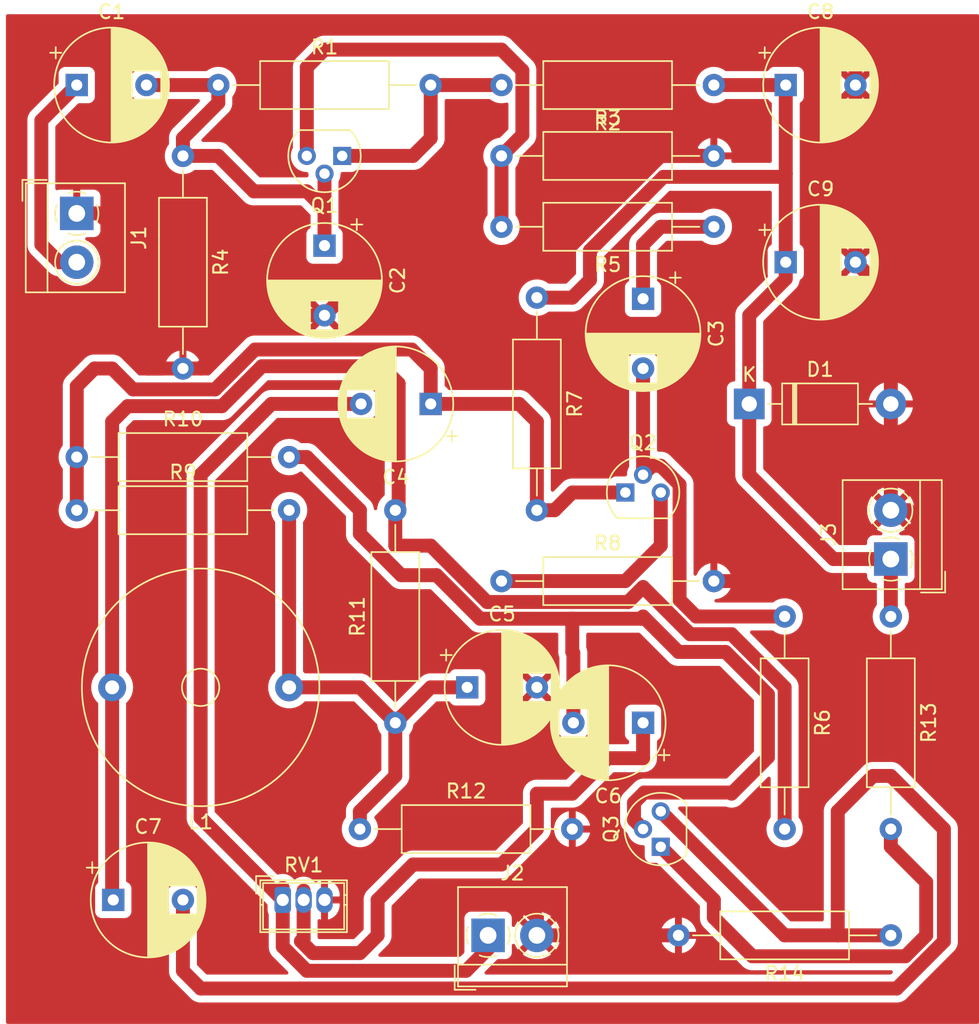
<source format=kicad_pcb>
(kicad_pcb (version 20221018) (generator pcbnew)
  (layers (0 "F.Cu" signal) (31 "B.Cu" signal) (34 "B.Paste" user) (35 "F.Paste" user) (36 "B.SilkS" user "B.Silkscreen") (37 "F.SilkS" user "F.Silkscreen") (38 "B.Mask" user) (39 "F.Mask" user) (44 "Edge.Cuts" user))
  (net 0 "")
  (net 1 "Net-(J1-Pin_2)")
  (net 2 "Net-(Q1-B)")
  (net 3 "GND")
  (net 4 "Net-(C3-Pad1)")
  (net 5 "Net-(Q2-B)")
  (net 6 "Net-(Q2-C)")
  (net 7 "Net-(J2-Pin_1)")
  (net 8 "Net-(C5-Pad1)")
  (net 9 "Net-(C6-Pad1)")
  (net 10 "Net-(Q3-B)")
  (net 11 "Net-(C7-Pad1)")
  (net 12 "Net-(Q3-E)")
  (net 13 "9V")
  (net 14 "Net-(Q1-C)")
  (net 15 "Net-(Q1-E)")
  (net 16 "Net-(Q2-E)")
  (net 17 "Net-(Q3-C)")
  (footprint "TerminalBlock_4Ucon:TerminalBlock_4Ucon_1x02_P3.50mm_Horizontal" (layer "F.Cu") (at 81.28 74.62 90)
    (fp_text reference "J3" (at 1.75 -4.46 90) (layer "F.SilkS"))
    (fp_text value "Screw_Terminal_01x02")
    (pad "1" thru_hole rect (at 0 0 90) (size 2.4 2.4) (drill 1.2) (layers "*.Cu" "*.Mask") (net 13 "9V"))
    (pad "2" thru_hole circle (at 3.5 0 90) (size 2.4 2.4) (drill 1.2) (layers "*.Cu" "*.Mask") (net 3 "GND"))
  )
  (footprint "Package_TO_SOT_THT:TO-92" (layer "F.Cu") (at 64.77 95.25 90)
    (fp_text reference "Q3" (at 1.27 -3.56 90) (layer "F.SilkS"))
    (fp_text value "NPN")
    (pad "1" thru_hole rect (at 0 0 90) (size 1.3 1.3) (drill 0.75) (layers "*.Cu" "*.Mask") (net 17 "Net-(Q3-C)"))
    (pad "2" thru_hole circle (at 1.27 -1.27 90) (size 1.3 1.3) (drill 0.75) (layers "*.Cu" "*.Mask") (net 10 "Net-(Q3-B)"))
    (pad "3" thru_hole circle (at 2.54 0 90) (size 1.3 1.3) (drill 0.75) (layers "*.Cu" "*.Mask") (net 12 "Net-(Q3-E)"))
  )
  (footprint "Resistor_THT:R_Axial_DIN0309_L9.0mm_D3.2mm_P15.24mm_Horizontal" (layer "F.Cu") (at 30.48 45.72 -90)
    (fp_text reference "R4" (at 7.62 -2.72 90) (layer "F.SilkS"))
    (fp_text value "R")
    (pad "1" thru_hole circle (at 0 0 270) (size 1.6 1.6) (drill 0.8) (layers "*.Cu" "*.Mask") (net 2 "Net-(Q1-B)"))
    (pad "2" thru_hole oval (at 15.24 0 270) (size 1.6 1.6) (drill 0.8) (layers "*.Cu" "*.Mask") (net 3 "GND"))
  )
  (footprint "Capacitor_THT:CP_Radial_D8.0mm_P5.00mm" (layer "F.Cu") (at 50.88 83.82)
    (fp_text reference "C5" (at 2.5 -5.25) (layer "F.SilkS"))
    (fp_text value "C")
    (pad "1" thru_hole rect (at 0 0) (size 1.6 1.6) (drill 0.8) (layers "*.Cu" "*.Mask") (net 8 "Net-(C5-Pad1)"))
    (pad "2" thru_hole circle (at 5 0) (size 1.6 1.6) (drill 0.8) (layers "*.Cu" "*.Mask") (net 3 "GND"))
  )
  (footprint "Resistor_THT:R_Axial_DIN0309_L9.0mm_D3.2mm_P15.24mm_Horizontal" (layer "F.Cu") (at 22.86 71.12)
    (fp_text reference "R9" (at 7.62 -2.72) (layer "F.SilkS"))
    (fp_text value "R")
    (pad "1" thru_hole circle (at 0 0) (size 1.6 1.6) (drill 0.8) (layers "*.Cu" "*.Mask") (net 6 "Net-(Q2-C)"))
    (pad "2" thru_hole oval (at 15.24 0) (size 1.6 1.6) (drill 0.8) (layers "*.Cu" "*.Mask") (net 8 "Net-(C5-Pad1)"))
  )
  (footprint "Capacitor_THT:CP_Radial_D8.0mm_P5.00mm" (layer "F.Cu") (at 73.74 53.34)
    (fp_text reference "C9" (at 2.5 -5.25) (layer "F.SilkS"))
    (fp_text value "C")
    (pad "1" thru_hole rect (at 0 0) (size 1.6 1.6) (drill 0.8) (layers "*.Cu" "*.Mask") (net 13 "9V"))
    (pad "2" thru_hole circle (at 5 0) (size 1.6 1.6) (drill 0.8) (layers "*.Cu" "*.Mask") (net 3 "GND"))
  )
  (footprint "Resistor_THT:R_Axial_DIN0309_L9.0mm_D3.2mm_P15.24mm_Horizontal" (layer "F.Cu") (at 53.34 76.2)
    (fp_text reference "R8" (at 7.62 -2.72) (layer "F.SilkS"))
    (fp_text value "R")
    (pad "1" thru_hole circle (at 0 0) (size 1.6 1.6) (drill 0.8) (layers "*.Cu" "*.Mask") (net 16 "Net-(Q2-E)"))
    (pad "2" thru_hole oval (at 15.24 0) (size 1.6 1.6) (drill 0.8) (layers "*.Cu" "*.Mask") (net 3 "GND"))
  )
  (footprint "Resistor_THT:R_Axial_DIN0309_L9.0mm_D3.2mm_P15.24mm_Horizontal" (layer "F.Cu") (at 43.18 93.98)
    (fp_text reference "R12" (at 7.62 -2.72) (layer "F.SilkS"))
    (fp_text value "R")
    (pad "1" thru_hole circle (at 0 0) (size 1.6 1.6) (drill 0.8) (layers "*.Cu" "*.Mask") (net 8 "Net-(C5-Pad1)"))
    (pad "2" thru_hole oval (at 15.24 0) (size 1.6 1.6) (drill 0.8) (layers "*.Cu" "*.Mask") (net 3 "GND"))
  )
  (footprint "Capacitor_THT:CP_Radial_D8.0mm_P5.00mm" (layer "F.Cu") (at 25.48 99.06)
    (fp_text reference "C7" (at 2.5 -5.25) (layer "F.SilkS"))
    (fp_text value "C")
    (pad "1" thru_hole rect (at 0 0) (size 1.6 1.6) (drill 0.8) (layers "*.Cu" "*.Mask") (net 11 "Net-(C7-Pad1)"))
    (pad "2" thru_hole circle (at 5 0) (size 1.6 1.6) (drill 0.8) (layers "*.Cu" "*.Mask") (net 12 "Net-(Q3-E)"))
  )
  (footprint "Resistor_THT:R_Axial_DIN0309_L9.0mm_D3.2mm_P15.24mm_Horizontal" (layer "F.Cu") (at 33.02 40.64)
    (fp_text reference "R1" (at 7.62 -2.72) (layer "F.SilkS"))
    (fp_text value "R")
    (pad "1" thru_hole circle (at 0 0) (size 1.6 1.6) (drill 0.8) (layers "*.Cu" "*.Mask") (net 2 "Net-(Q1-B)"))
    (pad "2" thru_hole oval (at 15.24 0) (size 1.6 1.6) (drill 0.8) (layers "*.Cu" "*.Mask") (net 14 "Net-(Q1-C)"))
  )
  (footprint "TerminalBlock_4Ucon:TerminalBlock_4Ucon_1x02_P3.50mm_Horizontal" (layer "F.Cu") (at 22.86 49.84 -90)
    (fp_text reference "J1" (at 1.75 -4.46 90) (layer "F.SilkS"))
    (fp_text value "Screw_Terminal_01x02")
    (pad "1" thru_hole rect (at 0 0 270) (size 2.4 2.4) (drill 1.2) (layers "*.Cu" "*.Mask") (net 3 "GND"))
    (pad "2" thru_hole circle (at 3.5 0 270) (size 2.4 2.4) (drill 1.2) (layers "*.Cu" "*.Mask") (net 1 "Net-(J1-Pin_2)"))
  )
  (footprint "Resistor_THT:R_Axial_DIN0309_L9.0mm_D3.2mm_P15.24mm_Horizontal" (layer "F.Cu") (at 53.34 45.72)
    (fp_text reference "R3" (at 7.62 -2.72) (layer "F.SilkS"))
    (fp_text value "R")
    (pad "1" thru_hole circle (at 0 0) (size 1.6 1.6) (drill 0.8) (layers "*.Cu" "*.Mask") (net 15 "Net-(Q1-E)"))
    (pad "2" thru_hole oval (at 15.24 0) (size 1.6 1.6) (drill 0.8) (layers "*.Cu" "*.Mask") (net 3 "GND"))
  )
  (footprint "Capacitor_THT:CP_Radial_D8.0mm_P5.00mm" (layer "F.Cu") (at 48.26 63.5 180)
    (fp_text reference "C4" (at 2.5 -5.25) (layer "F.SilkS"))
    (fp_text value "C")
    (pad "1" thru_hole rect (at 0 0 180) (size 1.6 1.6) (drill 0.8) (layers "*.Cu" "*.Mask") (net 6 "Net-(Q2-C)"))
    (pad "2" thru_hole circle (at 5 0 180) (size 1.6 1.6) (drill 0.8) (layers "*.Cu" "*.Mask") (net 7 "Net-(J2-Pin_1)"))
  )
  (footprint "Capacitor_THT:CP_Radial_D8.0mm_P5.00mm" (layer "F.Cu") (at 40.64 52.15 -90)
    (fp_text reference "C2" (at 2.5 -5.25 90) (layer "F.SilkS"))
    (fp_text value "C")
    (pad "1" thru_hole rect (at 0 0 270) (size 1.6 1.6) (drill 0.8) (layers "*.Cu" "*.Mask") (net 2 "Net-(Q1-B)"))
    (pad "2" thru_hole circle (at 5 0 270) (size 1.6 1.6) (drill 0.8) (layers "*.Cu" "*.Mask") (net 3 "GND"))
  )
  (footprint "TerminalBlock_4Ucon:TerminalBlock_4Ucon_1x02_P3.50mm_Horizontal" (layer "F.Cu") (at 52.38 101.6)
    (fp_text reference "J2" (at 1.75 -4.46) (layer "F.SilkS"))
    (fp_text value "Screw_Terminal_01x02")
    (pad "1" thru_hole rect (at 0 0) (size 2.4 2.4) (drill 1.2) (layers "*.Cu" "*.Mask") (net 7 "Net-(J2-Pin_1)"))
    (pad "2" thru_hole circle (at 3.5 0) (size 2.4 2.4) (drill 1.2) (layers "*.Cu" "*.Mask") (net 3 "GND"))
  )
  (footprint "Capacitor_THT:CP_Radial_D8.0mm_P5.00mm" (layer "F.Cu") (at 73.74 40.64)
    (fp_text reference "C8" (at 2.5 -5.25) (layer "F.SilkS"))
    (fp_text value "C")
    (pad "1" thru_hole rect (at 0 0) (size 1.6 1.6) (drill 0.8) (layers "*.Cu" "*.Mask") (net 13 "9V"))
    (pad "2" thru_hole circle (at 5 0) (size 1.6 1.6) (drill 0.8) (layers "*.Cu" "*.Mask") (net 3 "GND"))
  )
  (footprint "Resistor_THT:R_Axial_DIN0309_L9.0mm_D3.2mm_P15.24mm_Horizontal" (layer "F.Cu") (at 81.28 101.6 180)
    (fp_text reference "R14" (at 7.62 -2.72) (layer "F.SilkS"))
    (fp_text value "R")
    (pad "1" thru_hole circle (at 0 0 180) (size 1.6 1.6) (drill 0.8) (layers "*.Cu" "*.Mask") (net 12 "Net-(Q3-E)"))
    (pad "2" thru_hole oval (at 15.24 0 180) (size 1.6 1.6) (drill 0.8) (layers "*.Cu" "*.Mask") (net 3 "GND"))
  )
  (footprint "Resistor_THT:R_Axial_DIN0309_L9.0mm_D3.2mm_P15.24mm_Horizontal" (layer "F.Cu") (at 55.88 55.88 -90)
    (fp_text reference "R7" (at 7.62 -2.72 90) (layer "F.SilkS"))
    (fp_text value "R")
    (pad "1" thru_hole circle (at 0 0 270) (size 1.6 1.6) (drill 0.8) (layers "*.Cu" "*.Mask") (net 13 "9V"))
    (pad "2" thru_hole oval (at 15.24 0 270) (size 1.6 1.6) (drill 0.8) (layers "*.Cu" "*.Mask") (net 6 "Net-(Q2-C)"))
  )
  (footprint "Resistor_THT:R_Axial_DIN0309_L9.0mm_D3.2mm_P15.24mm_Horizontal" (layer "F.Cu") (at 68.58 50.8 180)
    (fp_text reference "R5" (at 7.62 -2.72) (layer "F.SilkS"))
    (fp_text value "R")
    (pad "1" thru_hole circle (at 0 0 180) (size 1.6 1.6) (drill 0.8) (layers "*.Cu" "*.Mask") (net 4 "Net-(C3-Pad1)"))
    (pad "2" thru_hole oval (at 15.24 0 180) (size 1.6 1.6) (drill 0.8) (layers "*.Cu" "*.Mask") (net 15 "Net-(Q1-E)"))
  )
  (footprint "Package_TO_SOT_THT:TO-92" (layer "F.Cu") (at 41.91 45.72 180)
    (fp_text reference "Q1" (at 1.27 -3.56) (layer "F.SilkS"))
    (fp_text value "NPN")
    (pad "1" thru_hole rect (at 0 0 180) (size 1.3 1.3) (drill 0.75) (layers "*.Cu" "*.Mask") (net 14 "Net-(Q1-C)"))
    (pad "2" thru_hole circle (at 1.27 -1.27 180) (size 1.3 1.3) (drill 0.75) (layers "*.Cu" "*.Mask") (net 2 "Net-(Q1-B)"))
    (pad "3" thru_hole circle (at 2.54 0 180) (size 1.3 1.3) (drill 0.75) (layers "*.Cu" "*.Mask") (net 15 "Net-(Q1-E)"))
  )
  (footprint "Capacitor_THT:CP_Radial_D8.0mm_P5.00mm" (layer "F.Cu") (at 63.5 86.36 180)
    (fp_text reference "C6" (at 2.5 -5.25) (layer "F.SilkS"))
    (fp_text value "C")
    (pad "1" thru_hole rect (at 0 0 180) (size 1.6 1.6) (drill 0.8) (layers "*.Cu" "*.Mask") (net 9 "Net-(C6-Pad1)"))
    (pad "2" thru_hole circle (at 5 0 180) (size 1.6 1.6) (drill 0.8) (layers "*.Cu" "*.Mask") (net 10 "Net-(Q3-B)"))
  )
  (footprint "Resistor_THT:R_Axial_DIN0309_L9.0mm_D3.2mm_P15.24mm_Horizontal" (layer "F.Cu") (at 45.72 86.36 90)
    (fp_text reference "R11" (at 7.62 -2.72 90) (layer "F.SilkS"))
    (fp_text value "R")
    (pad "1" thru_hole circle (at 0 0 90) (size 1.6 1.6) (drill 0.8) (layers "*.Cu" "*.Mask") (net 8 "Net-(C5-Pad1)"))
    (pad "2" thru_hole oval (at 15.24 0 90) (size 1.6 1.6) (drill 0.8) (layers "*.Cu" "*.Mask") (net 11 "Net-(C7-Pad1)"))
  )
  (footprint "Connector_Wuerth:Wuerth_WR-WTB_64800311622_1x03_P1.50mm_Vertical" (layer "F.Cu") (at 37.64 99.06)
    (fp_text reference "RV1" (at 1.5 -2.5) (layer "F.SilkS"))
    (fp_text value "R_Potentiometer")
    (pad "1" thru_hole roundrect (at 0 0) (size 1.17 1.87) (drill 0.87) (layers "*.Cu" "*.Mask") (roundrect_rratio 0.213675) (net 7 "Net-(J2-Pin_1)"))
    (pad "2" thru_hole oval (at 1.5 0) (size 1.17 1.87) (drill 0.87) (layers "*.Cu" "*.Mask") (net 9 "Net-(C6-Pad1)"))
    (pad "3" thru_hole oval (at 3 0) (size 1.17 1.87) (drill 0.87) (layers "*.Cu" "*.Mask") (net 3 "GND"))
  )
  (footprint "Inductor_THT:L_Radial_D16.8mm_P12.70mm_Vishay_IHB-1" (layer "F.Cu") (at 38.1 83.82 180)
    (fp_text reference "L1" (at 6.35 -9.65) (layer "F.SilkS"))
    (fp_text value "L")
    (pad "1" thru_hole circle (at 0 0 180) (size 2 2) (drill 1) (layers "*.Cu" "*.Mask") (net 8 "Net-(C5-Pad1)"))
    (pad "2" thru_hole circle (at 12.7 0 180) (size 2 2) (drill 1) (layers "*.Cu" "*.Mask") (net 11 "Net-(C7-Pad1)"))
  )
  (footprint "Capacitor_THT:CP_Radial_D8.0mm_P5.00mm" (layer "F.Cu") (at 63.5 55.96 -90)
    (fp_text reference "C3" (at 2.5 -5.25 90) (layer "F.SilkS"))
    (fp_text value "C")
    (pad "1" thru_hole rect (at 0 0 270) (size 1.6 1.6) (drill 0.8) (layers "*.Cu" "*.Mask") (net 4 "Net-(C3-Pad1)"))
    (pad "2" thru_hole circle (at 5 0 270) (size 1.6 1.6) (drill 0.8) (layers "*.Cu" "*.Mask") (net 5 "Net-(Q2-B)"))
  )
  (footprint "Resistor_THT:R_Axial_DIN0309_L9.0mm_D3.2mm_P15.24mm_Horizontal" (layer "F.Cu") (at 22.86 67.31)
    (fp_text reference "R10" (at 7.62 -2.72) (layer "F.SilkS"))
    (fp_text value "R")
    (pad "1" thru_hole circle (at 0 0) (size 1.6 1.6) (drill 0.8) (layers "*.Cu" "*.Mask") (net 6 "Net-(Q2-C)"))
    (pad "2" thru_hole oval (at 15.24 0) (size 1.6 1.6) (drill 0.8) (layers "*.Cu" "*.Mask") (net 10 "Net-(Q3-B)"))
  )
  (footprint "Package_TO_SOT_THT:TO-92" (layer "F.Cu") (at 62.23 69.85)
    (fp_text reference "Q2" (at 1.27 -3.56) (layer "F.SilkS"))
    (fp_text value "NPN")
    (pad "1" thru_hole rect (at 0 0) (size 1.3 1.3) (drill 0.75) (layers "*.Cu" "*.Mask") (net 6 "Net-(Q2-C)"))
    (pad "2" thru_hole circle (at 1.27 -1.27) (size 1.3 1.3) (drill 0.75) (layers "*.Cu" "*.Mask") (net 5 "Net-(Q2-B)"))
    (pad "3" thru_hole circle (at 2.54 0) (size 1.3 1.3) (drill 0.75) (layers "*.Cu" "*.Mask") (net 16 "Net-(Q2-E)"))
  )
  (footprint "Diode_THT:D_DO-41_SOD81_P10.16mm_Horizontal" (layer "F.Cu") (at 71.12 63.5)
    (fp_text reference "D1" (at 5.08 -2.47) (layer "F.SilkS"))
    (fp_text value "D_Zener")
    (fp_text user "K" (at 0 -2.1) (layer "F.SilkS"))
    (pad "1" thru_hole rect (at 0 0) (size 2.2 2.2) (drill 1.1) (layers "*.Cu" "*.Mask") (net 13 "9V"))
    (pad "2" thru_hole oval (at 10.16 0) (size 2.2 2.2) (drill 1.1) (layers "*.Cu" "*.Mask") (net 3 "GND"))
  )
  (footprint "Capacitor_THT:CP_Radial_D8.0mm_P5.00mm" (layer "F.Cu") (at 22.86 40.64)
    (fp_text reference "C1" (at 2.5 -5.25) (layer "F.SilkS"))
    (fp_text value "C")
    (pad "1" thru_hole rect (at 0 0) (size 1.6 1.6) (drill 0.8) (layers "*.Cu" "*.Mask") (net 1 "Net-(J1-Pin_2)"))
    (pad "2" thru_hole circle (at 5 0) (size 1.6 1.6) (drill 0.8) (layers "*.Cu" "*.Mask") (net 2 "Net-(Q1-B)"))
  )
  (footprint "Resistor_THT:R_Axial_DIN0309_L9.0mm_D3.2mm_P15.24mm_Horizontal" (layer "F.Cu") (at 68.58 40.64 180)
    (fp_text reference "R2" (at 7.62 -2.72) (layer "F.SilkS"))
    (fp_text value "R")
    (pad "1" thru_hole circle (at 0 0 180) (size 1.6 1.6) (drill 0.8) (layers "*.Cu" "*.Mask") (net 13 "9V"))
    (pad "2" thru_hole oval (at 15.24 0 180) (size 1.6 1.6) (drill 0.8) (layers "*.Cu" "*.Mask") (net 14 "Net-(Q1-C)"))
  )
  (footprint "Resistor_THT:R_Axial_DIN0309_L9.0mm_D3.2mm_P15.24mm_Horizontal" (layer "F.Cu") (at 73.66 78.74 -90)
    (fp_text reference "R6" (at 7.62 -2.72 90) (layer "F.SilkS"))
    (fp_text value "R")
    (pad "1" thru_hole circle (at 0 0 270) (size 1.6 1.6) (drill 0.8) (layers "*.Cu" "*.Mask") (net 5 "Net-(Q2-B)"))
    (pad "2" thru_hole oval (at 15.24 0 270) (size 1.6 1.6) (drill 0.8) (layers "*.Cu" "*.Mask") (net 11 "Net-(C7-Pad1)"))
  )
  (footprint "Resistor_THT:R_Axial_DIN0309_L9.0mm_D3.2mm_P15.24mm_Horizontal" (layer "F.Cu") (at 81.28 78.74 -90)
    (fp_text reference "R13" (at 7.62 -2.72 90) (layer "F.SilkS"))
    (fp_text value "R")
    (pad "1" thru_hole circle (at 0 0 270) (size 1.6 1.6) (drill 0.8) (layers "*.Cu" "*.Mask") (net 13 "9V"))
    (pad "2" thru_hole oval (at 15.24 0 270) (size 1.6 1.6) (drill 0.8) (layers "*.Cu" "*.Mask") (net 17 "Net-(Q3-C)"))
  )
  (segment (start 20.32 43.18) (end 22.86 40.64) (width 1) (layer "F.Cu") (net 1))
  (segment (start 21.59 53.34) (end 20.32 52.07) (width 1) (layer "F.Cu") (net 1))
  (segment (start 20.32 52.07) (end 20.32 43.18) (width 1) (layer "F.Cu") (net 1))
  (segment (start 22.86 53.34) (end 21.59 53.34) (width 1) (layer "F.Cu") (net 1))
  (segment (start 30.48 45.72) (end 30.48 44.45) (width 1) (layer "F.Cu") (net 2))
  (segment (start 40.64 49.53) (end 39.37 48.26) (width 1) (layer "F.Cu") (net 2))
  (segment (start 33.02 41.91) (end 33.02 40.64) (width 1) (layer "F.Cu") (net 2))
  (segment (start 30.48 44.45) (end 33.02 41.91) (width 1) (layer "F.Cu") (net 2))
  (segment (start 33.02 45.72) (end 30.48 45.72) (width 1) (layer "F.Cu") (net 2))
  (segment (start 35.56 48.26) (end 33.02 45.72) (width 1) (layer "F.Cu") (net 2))
  (segment (start 27.86 40.64) (end 33.02 40.64) (width 1) (layer "F.Cu") (net 2))
  (segment (start 39.37 48.26) (end 35.56 48.26) (width 1) (layer "F.Cu") (net 2))
  (segment (start 40.64 49.53) (end 40.64 52.15) (width 1) (layer "F.Cu") (net 2))
  (segment (start 40.64 46.99) (end 40.64 49.53) (width 1) (layer "F.Cu") (net 2))
  (segment (start 64.77 39.37) (end 66.04 38.1) (width 1) (layer "F.Cu") (net 3))
  (segment (start 78.74 39.37) (end 78.74 40.64) (width 1) (layer "F.Cu") (net 3))
  (segment (start 22.86 49.84) (end 24.44 49.84) (width 1) (layer "F.Cu") (net 3))
  (segment (start 82.55 71.12) (end 83.82 72.39) (width 1) (layer "F.Cu") (net 3))
  (segment (start 55.88 101.6) (end 55.88 100.33) (width 1) (layer "F.Cu") (net 3))
  (segment (start 31.75 60.96) (end 35.56 57.15) (width 1) (layer "F.Cu") (net 3))
  (segment (start 54.61 99.06) (end 49.53 99.06) (width 1) (layer "F.Cu") (net 3))
  (segment (start 44.14 53.65) (end 40.64 57.15) (width 1) (layer "F.Cu") (net 3))
  (segment (start 56.84 53.65) (end 44.14 53.65) (width 1) (layer "F.Cu") (net 3))
  (segment (start 68.58 45.72) (end 64.77 45.72) (width 1) (layer "F.Cu") (net 3))
  (segment (start 25.4 50.8) (end 25.4 58.42) (width 1) (layer "F.Cu") (net 3))
  (segment (start 35.56 57.15) (end 40.64 57.15) (width 1) (layer "F.Cu") (net 3))
  (segment (start 77.47 85.09) (end 77.47 77.47) (width 1) (layer "F.Cu") (net 3))
  (segment (start 30.48 60.96) (end 31.75 60.96) (width 1) (layer "F.Cu") (net 3))
  (segment (start 77.47 38.1) (end 78.74 39.37) (width 1) (layer "F.Cu") (net 3))
  (segment (start 81.28 71.12) (end 82.55 71.12) (width 1) (layer "F.Cu") (net 3))
  (segment (start 25.4 58.42) (end 27.94 60.96) (width 1) (layer "F.Cu") (net 3))
  (segment (start 81.28 63.5) (end 81.28 55.88) (width 1) (layer "F.Cu") (net 3))
  (segment (start 55.88 100.33) (end 54.61 99.06) (width 1) (layer "F.Cu") (net 3))
  (segment (start 78.74 86.36) (end 77.47 85.09) (width 1) (layer "F.Cu") (net 3))
  (segment (start 24.44 49.84) (end 25.4 50.8) (width 1) (layer "F.Cu") (net 3))
  (segment (start 82.55 86.36) (end 78.74 86.36) (width 1) (layer "F.Cu") (net 3))
  (segment (start 83.82 85.09) (end 82.55 86.36) (width 1) (layer "F.Cu") (net 3))
  (segment (start 67.31 45.72) (end 64.77 43.18) (width 1) (layer "F.Cu") (net 3))
  (segment (start 64.77 45.72) (end 56.84 53.65) (width 1) (layer "F.Cu") (net 3))
  (segment (start 81.28 71.12) (end 81.28 63.5) (width 1) (layer "F.Cu") (net 3))
  (segment (start 81.28 55.88) (end 78.74 53.34) (width 1) (layer "F.Cu") (net 3))
  (segment (start 83.82 72.39) (end 83.82 85.09) (width 1) (layer "F.Cu") (net 3))
  (segment (start 78.74 53.34) (end 78.74 40.64) (width 1) (layer "F.Cu") (net 3))
  (segment (start 76.2 76.2) (end 68.58 76.2) (width 1) (layer "F.Cu") (net 3))
  (segment (start 68.58 45.72) (end 67.31 45.72) (width 1) (layer "F.Cu") (net 3))
  (segment (start 66.04 38.1) (end 77.47 38.1) (width 1) (layer "F.Cu") (net 3))
  (segment (start 77.47 77.47) (end 76.2 76.2) (width 1) (layer "F.Cu") (net 3))
  (segment (start 64.77 43.18) (end 64.77 39.37) (width 1) (layer "F.Cu") (net 3))
  (segment (start 55.88 101.6) (end 66.04 101.6) (width 1) (layer "F.Cu") (net 3))
  (segment (start 27.94 60.96) (end 30.48 60.96) (width 1) (layer "F.Cu") (net 3))
  (via (at 58.42 93.98) (size 0.8) (drill 0.4) (layers "F.Cu" "B.Cu") (net 3))
  (segment (start 64.77 50.8) (end 68.58 50.8) (width 1) (layer "F.Cu") (net 4))
  (segment (start 63.5 52.07) (end 64.77 50.8) (width 1) (layer "F.Cu") (net 4))
  (segment (start 63.5 55.96) (end 63.5 52.07) (width 1) (layer "F.Cu") (net 4))
  (segment (start 64.149999 67.930001) (end 64.75919 67.930001) (width 1) (layer "F.Cu") (net 5))
  (segment (start 66.12 69.290811) (end 66.12 77.55) (width 1) (layer "F.Cu") (net 5))
  (segment (start 67.31 78.74) (end 73.66 78.74) (width 1) (layer "F.Cu") (net 5))
  (segment (start 63.5 68.58) (end 64.149999 67.930001) (width 1) (layer "F.Cu") (net 5))
  (segment (start 66.12 77.55) (end 67.31 78.74) (width 1) (layer "F.Cu") (net 5))
  (segment (start 63.5 60.96) (end 63.5 68.58) (width 1) (layer "F.Cu") (net 5))
  (segment (start 64.75919 67.930001) (end 66.12 69.290811) (width 1) (layer "F.Cu") (net 5))
  (segment (start 54.61 63.5) (end 55.88 64.77) (width 1) (layer "F.Cu") (net 6))
  (segment (start 22.86 71.12) (end 22.86 67.31) (width 1) (layer "F.Cu") (net 6))
  (segment (start 25.4 60.96) (end 26.9 62.46) (width 1) (layer "F.Cu") (net 6))
  (segment (start 48.26 63.5) (end 54.61 63.5) (width 1) (layer "F.Cu") (net 6))
  (segment (start 22.86 62.23) (end 24.13 60.96) (width 1) (layer "F.Cu") (net 6))
  (segment (start 32.79 62.46) (end 35.65 59.6) (width 1) (layer "F.Cu") (net 6))
  (segment (start 26.9 62.46) (end 32.79 62.46) (width 1) (layer "F.Cu") (net 6))
  (segment (start 46.9 59.6) (end 48.26 60.96) (width 1) (layer "F.Cu") (net 6))
  (segment (start 57.15 71.12) (end 55.88 71.12) (width 1) (layer "F.Cu") (net 6))
  (segment (start 62.23 69.85) (end 58.42 69.85) (width 1) (layer "F.Cu") (net 6))
  (segment (start 48.26 60.96) (end 48.26 63.5) (width 1) (layer "F.Cu") (net 6))
  (segment (start 22.86 62.23) (end 22.86 67.31) (width 1) (layer "F.Cu") (net 6))
  (segment (start 24.13 60.96) (end 25.4 60.96) (width 1) (layer "F.Cu") (net 6))
  (segment (start 58.42 69.85) (end 57.15 71.12) (width 1) (layer "F.Cu") (net 6))
  (segment (start 55.88 64.77) (end 55.88 71.12) (width 1) (layer "F.Cu") (net 6))
  (segment (start 35.65 59.6) (end 46.9 59.6) (width 1) (layer "F.Cu") (net 6))
  (segment (start 31.75 68.58) (end 31.75 93.17) (width 1) (layer "F.Cu") (net 7))
  (segment (start 37.64 102.41) (end 37.64 99.06) (width 1) (layer "F.Cu") (net 7))
  (segment (start 43.26 63.5) (end 36.83 63.5) (width 1) (layer "F.Cu") (net 7))
  (segment (start 36.83 63.5) (end 31.75 68.58) (width 1) (layer "F.Cu") (net 7))
  (segment (start 52.38 101.6) (end 52.38 102.56) (width 1) (layer "F.Cu") (net 7))
  (segment (start 39.37 104.14) (end 37.64 102.41) (width 1) (layer "F.Cu") (net 7))
  (segment (start 50.8 104.14) (end 39.37 104.14) (width 1) (layer "F.Cu") (net 7))
  (segment (start 52.38 102.56) (end 50.8 104.14) (width 1) (layer "F.Cu") (net 7))
  (segment (start 37.64 99.06) (end 37.64 98.19568) (width 1) (layer "F.Cu") (net 7))
  (segment (start 31.75 93.17) (end 37.64 99.06) (width 1) (layer "F.Cu") (net 7))
  (segment (start 48.26 83.82) (end 45.72 86.36) (width 1) (layer "F.Cu") (net 8))
  (segment (start 43.18 93.98) (end 43.18 92.71) (width 1) (layer "F.Cu") (net 8))
  (segment (start 43.18 83.82) (end 45.72 86.36) (width 1) (layer "F.Cu") (net 8))
  (segment (start 50.88 83.82) (end 48.26 83.82) (width 1) (layer "F.Cu") (net 8))
  (segment (start 38.1 83.82) (end 43.18 83.82) (width 1) (layer "F.Cu") (net 8))
  (segment (start 45.72 90.17) (end 45.72 86.36) (width 1) (layer "F.Cu") (net 8))
  (segment (start 43.18 92.71) (end 45.72 90.17) (width 1) (layer "F.Cu") (net 8))
  (segment (start 38.1 71.12) (end 38.1 83.82) (width 1) (layer "F.Cu") (net 8))
  (segment (start 43.18 102.87) (end 39.797056 102.87) (width 1) (layer "F.Cu") (net 9))
  (segment (start 44.45 101.6) (end 43.18 102.87) (width 1) (layer "F.Cu") (net 9))
  (segment (start 60.96 88.9) (end 58.42 91.44) (width 1) (layer "F.Cu") (net 9))
  (segment (start 38.948528 102.021472) (end 39.14 101.83) (width 1) (layer "F.Cu") (net 9))
  (segment (start 55.88 93.98) (end 55.88 91.44) (width 1) (layer "F.Cu") (net 9))
  (segment (start 53.34 96.52) (end 46.99 96.52) (width 1) (layer "F.Cu") (net 9))
  (segment (start 58.42 91.44) (end 55.88 91.44) (width 1) (layer "F.Cu") (net 9))
  (segment (start 53.34 96.52) (end 55.88 93.98) (width 1) (layer "F.Cu") (net 9))
  (segment (start 46.99 96.52) (end 44.45 99.06) (width 1) (layer "F.Cu") (net 9))
  (segment (start 39.14 99.06) (end 39.14 98.392736) (width 1) (layer "F.Cu") (net 9))
  (segment (start 63.5 88.9) (end 60.96 88.9) (width 1) (layer "F.Cu") (net 9))
  (segment (start 44.45 99.06) (end 44.45 101.6) (width 1) (layer "F.Cu") (net 9))
  (segment (start 39.797056 102.87) (end 38.948528 102.021472) (width 1) (layer "F.Cu") (net 9))
  (segment (start 39.14 101.83) (end 39.14 99.06) (width 1) (layer "F.Cu") (net 9))
  (segment (start 63.5 88.9) (end 63.5 86.36) (width 1) (layer "F.Cu") (net 9))
  (segment (start 62.850001 93.330001) (end 62.850001 92.089999) (width 1) (layer "F.Cu") (net 10))
  (segment (start 63.58 91.36) (end 69.77 91.36) (width 1) (layer "F.Cu") (net 10))
  (segment (start 72.46 84.317056) (end 69.422944 81.28) (width 1) (layer "F.Cu") (net 10))
  (segment (start 58.42 81.28) (end 58.42 78.9) (width 1) (layer "F.Cu") (net 10))
  (segment (start 69.85 91.44) (end 72.46 88.83) (width 1) (layer "F.Cu") (net 10))
  (segment (start 43.18 71.12) (end 39.37 67.31) (width 1) (layer "F.Cu") (net 10))
  (segment (start 51.802944 78.9) (end 48.681472 75.778528) (width 1) (layer "F.Cu") (net 10))
  (segment (start 62.850001 92.089999) (end 63.58 91.36) (width 1) (layer "F.Cu") (net 10))
  (segment (start 58.5 81.36) (end 58.42 81.28) (width 1) (layer "F.Cu") (net 10))
  (segment (start 63.5 78.74) (end 63.34 78.9) (width 1) (layer "F.Cu") (net 10))
  (segment (start 46.141472 75.778528) (end 43.18 72.817056) (width 1) (layer "F.Cu") (net 10))
  (segment (start 63.34 78.9) (end 58.42 78.9) (width 1) (layer "F.Cu") (net 10))
  (segment (start 66.04 81.28) (end 63.5 78.74) (width 1) (layer "F.Cu") (net 10))
  (segment (start 48.681472 75.778528) (end 46.141472 75.778528) (width 1) (layer "F.Cu") (net 10))
  (segment (start 58.42 78.9) (end 51.802944 78.9) (width 1) (layer "F.Cu") (net 10))
  (segment (start 43.18 72.817056) (end 43.18 71.12) (width 1) (layer "F.Cu") (net 10))
  (segment (start 39.37 67.31) (end 38.1 67.31) (width 1) (layer "F.Cu") (net 10))
  (segment (start 58.5 81.36) (end 58.5 86.36) (width 1) (layer "F.Cu") (net 10))
  (segment (start 69.77 91.36) (end 69.85 91.44) (width 1) (layer "F.Cu") (net 10))
  (segment (start 69.422944 81.28) (end 66.04 81.28) (width 1) (layer "F.Cu") (net 10))
  (segment (start 63.5 93.98) (end 62.850001 93.330001) (width 1) (layer "F.Cu") (net 10))
  (segment (start 72.46 88.83) (end 72.46 84.317056) (width 1) (layer "F.Cu") (net 10))
  (segment (start 33.287056 63.66) (end 26.51 63.66) (width 1) (layer "F.Cu") (net 11))
  (segment (start 45.72 73.66) (end 45.72 71.12) (width 1) (layer "F.Cu") (net 11))
  (segment (start 66.882944 80.01) (end 63.5 76.627056) (width 1) (layer "F.Cu") (net 11))
  (segment (start 48.26 73.66) (end 45.72 73.66) (width 1) (layer "F.Cu") (net 11))
  (segment (start 25.4 98.98) (end 25.48 99.06) (width 1) (layer "F.Cu") (net 11))
  (segment (start 63.5 76.627056) (end 62.427056 77.7) (width 1) (layer "F.Cu") (net 11))
  (segment (start 36.147056 60.8) (end 33.287056 63.66) (width 1) (layer "F.Cu") (net 11))
  (segment (start 45.72 71.12) (end 45.96 70.88) (width 1) (layer "F.Cu") (net 11))
  (segment (start 26.51 63.66) (end 25.4 64.77) (width 1) (layer "F.Cu") (net 11))
  (segment (start 52.3 77.7) (end 48.26 73.66) (width 1) (layer "F.Cu") (net 11))
  (segment (start 62.427056 77.7) (end 52.3 77.7) (width 1) (layer "F.Cu") (net 11))
  (segment (start 69.85 80.01) (end 66.882944 80.01) (width 1) (layer "F.Cu") (net 11))
  (segment (start 25.4 83.82) (end 25.4 98.98) (width 1) (layer "F.Cu") (net 11))
  (segment (start 73.66 83.82) (end 69.85 80.01) (width 1) (layer "F.Cu") (net 11))
  (segment (start 45.96 70.88) (end 45.96 62.042944) (width 1) (layer "F.Cu") (net 11))
  (segment (start 73.66 93.98) (end 73.66 83.82) (width 1) (layer "F.Cu") (net 11))
  (segment (start 25.4 64.77) (end 25.4 83.82) (width 1) (layer "F.Cu") (net 11))
  (segment (start 44.717056 60.8) (end 36.147056 60.8) (width 1) (layer "F.Cu") (net 11))
  (segment (start 45.96 62.042944) (end 44.717056 60.8) (width 1) (layer "F.Cu") (net 11))
  (segment (start 81.707056 105.41) (end 31.75 105.41) (width 1) (layer "F.Cu") (net 12))
  (segment (start 64.77 92.71) (end 73.66 101.6) (width 1) (layer "F.Cu") (net 12))
  (segment (start 77.47 101.6) (end 77.47 92.71) (width 1) (layer "F.Cu") (net 12))
  (segment (start 85.09 102.027056) (end 81.707056 105.41) (width 1) (layer "F.Cu") (net 12))
  (segment (start 85.09 93.98) (end 85.09 102.027056) (width 1) (layer "F.Cu") (net 12))
  (segment (start 31.75 105.41) (end 30.48 104.14) (width 1) (layer "F.Cu") (net 12))
  (segment (start 73.66 101.6) (end 77.47 101.6) (width 1) (layer "F.Cu") (net 12))
  (segment (start 30.48 104.14) (end 30.48 99.06) (width 1) (layer "F.Cu") (net 12))
  (segment (start 77.47 92.71) (end 80.01 90.17) (width 1) (layer "F.Cu") (net 12))
  (segment (start 81.28 90.17) (end 85.09 93.98) (width 1) (layer "F.Cu") (net 12))
  (segment (start 77.47 101.6) (end 81.28 101.6) (width 1) (layer "F.Cu") (net 12))
  (segment (start 80.01 90.17) (end 81.28 90.17) (width 1) (layer "F.Cu") (net 12))
  (segment (start 71.12 63.5) (end 71.12 68.58) (width 1) (layer "F.Cu") (net 13))
  (segment (start 68.58 40.64) (end 73.74 40.64) (width 1) (layer "F.Cu") (net 13))
  (segment (start 73.74 54.53) (end 71.12 57.15) (width 1) (layer "F.Cu") (net 13))
  (segment (start 73.74 53.34) (end 73.74 54.53) (width 1) (layer "F.Cu") (net 13))
  (segment (start 55.88 55.88) (end 58.42 55.88) (width 1) (layer "F.Cu") (net 13))
  (segment (start 73.74 46.99) (end 73.74 53.34) (width 1) (layer "F.Cu") (net 13))
  (segment (start 71.12 57.15) (end 71.12 63.5) (width 1) (layer "F.Cu") (net 13))
  (segment (start 58.42 55.88) (end 59.69 54.61) (width 1) (layer "F.Cu") (net 13))
  (segment (start 77.16 74.62) (end 81.28 74.62) (width 1) (layer "F.Cu") (net 13))
  (segment (start 81.28 78.74) (end 81.28 74.62) (width 1) (layer "F.Cu") (net 13))
  (segment (start 59.69 54.61) (end 59.69 52.497056) (width 1) (layer "F.Cu") (net 13))
  (segment (start 73.74 40.64) (end 73.74 46.99) (width 1) (layer "F.Cu") (net 13))
  (segment (start 73.51 47.22) (end 73.74 46.99) (width 1) (layer "F.Cu") (net 13))
  (segment (start 71.12 68.58) (end 77.16 74.62) (width 1) (layer "F.Cu") (net 13))
  (segment (start 59.69 52.497056) (end 64.967056 47.22) (width 1) (layer "F.Cu") (net 13))
  (segment (start 64.967056 47.22) (end 73.51 47.22) (width 1) (layer "F.Cu") (net 13))
  (segment (start 41.91 45.72) (end 46.99 45.72) (width 1) (layer "F.Cu") (net 14))
  (segment (start 48.26 44.45) (end 48.26 40.64) (width 1) (layer "F.Cu") (net 14))
  (segment (start 46.99 45.72) (end 48.26 44.45) (width 1) (layer "F.Cu") (net 14))
  (segment (start 48.26 40.64) (end 53.34 40.64) (width 1) (layer "F.Cu") (net 14))
  (segment (start 53.34 45.72) (end 53.34 50.8) (width 1) (layer "F.Cu") (net 15))
  (segment (start 39.37 45.72) (end 39.37 39.37) (width 1) (layer "F.Cu") (net 15))
  (segment (start 53.34 38.1) (end 54.84 39.6) (width 1) (layer "F.Cu") (net 15))
  (segment (start 54.84 44.22) (end 53.34 45.72) (width 1) (layer "F.Cu") (net 15))
  (segment (start 40.64 38.1) (end 53.34 38.1) (width 1) (layer "F.Cu") (net 15))
  (segment (start 39.37 39.37) (end 40.64 38.1) (width 1) (layer "F.Cu") (net 15))
  (segment (start 54.84 39.6) (end 54.84 44.22) (width 1) (layer "F.Cu") (net 15))
  (segment (start 64.77 73.66) (end 62.23 76.2) (width 1) (layer "F.Cu") (net 16))
  (segment (start 64.77 69.85) (end 64.77 73.66) (width 1) (layer "F.Cu") (net 16))
  (segment (start 62.23 76.2) (end 53.34 76.2) (width 1) (layer "F.Cu") (net 16))
  (segment (start 83.82 101.6) (end 83.82 97.79) (width 1) (layer "F.Cu") (net 17))
  (segment (start 83.82 97.79) (end 81.28 95.25) (width 1) (layer "F.Cu") (net 17))
  (segment (start 71.35 103.1) (end 82.32 103.1) (width 1) (layer "F.Cu") (net 17))
  (segment (start 82.32 103.1) (end 83.82 101.6) (width 1) (layer "F.Cu") (net 17))
  (segment (start 81.28 95.25) (end 81.28 93.98) (width 1) (layer "F.Cu") (net 17))
  (segment (start 68.58 100.33) (end 71.35 103.1) (width 1) (layer "F.Cu") (net 17))
  (segment (start 64.77 95.25) (end 68.58 99.06) (width 1) (layer "F.Cu") (net 17))
  (segment (start 68.58 99.06) (end 68.58 100.33) (width 1) (layer "F.Cu") (net 17))
  (zone (net 3) (net_name "GND") (layer "F.Cu") (connect_pads (clearance 0.5)) (min_thickness 0.25) (fill yes (thermal_gap 0.5) (thermal_bridge_width 0.5))
    (polygon (pts (xy 17.78 35.56) (xy 87.63 35.56) (xy 87.63 107.95) (xy 17.78 107.95)))
  )
)
</source>
